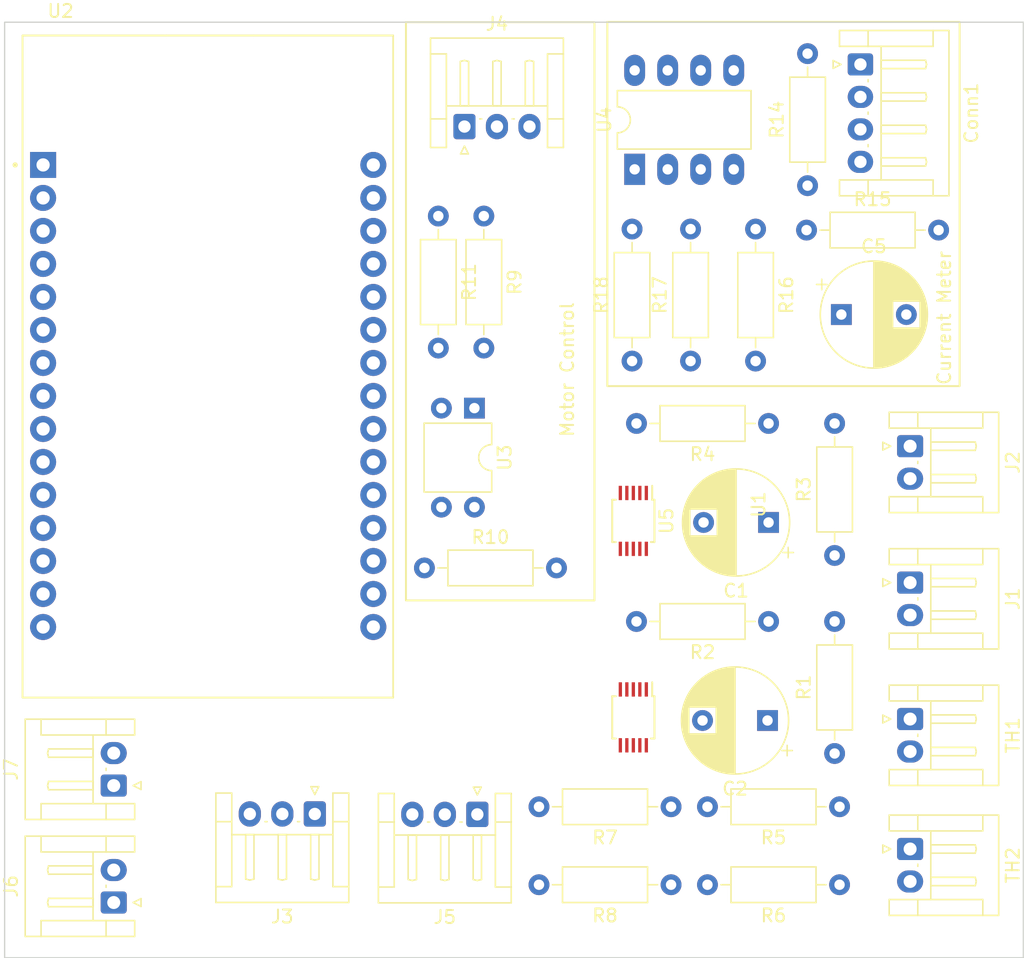
<source format=kicad_pcb>
(kicad_pcb (version 20221018) (generator pcbnew)
  (layers (0 "F.Cu" signal) (31 "B.Cu" signal) (34 "B.Paste" user) (35 "F.Paste" user) (36 "B.SilkS" user "B.Silkscreen") (37 "F.SilkS" user "F.Silkscreen") (38 "B.Mask" user) (39 "F.Mask" user) (44 "Edge.Cuts" user))
  (net 0 "")
  (net 1 "Reduced Bat1V")
  (net 2 "GND")
  (net 3 "Reduced TotalV")
  (net 4 "Current")
  (net 5 "+5V")
  (net 6 "Net-(Conn1-Pin_2)")
  (net 7 "Net-(Conn1-Pin_3)")
  (net 8 "Battery1 (12V)")
  (net 9 "Battery1+2 (24V)")
  (net 10 "3.3V")
  (net 11 "Net-(R5-Pad2)")
  (net 12 "Net-(R6-Pad2)")
  (net 13 "Motor Temp")
  (net 14 "Motor Controller Temp")
  (net 15 "D (5V)")
  (net 16 "B (GND)")
  (net 17 "GPIO 27 - PWM")
  (net 18 "Net-(R10-Pad2)")
  (net 19 "C (Data)")
  (net 20 "Net-(U4A-+)")
  (net 21 "Net-(U4A--)")
  (net 22 "Net-(R17-Pad1)")
  (net 24 "Vin (9V)")
  (net 55 "Throttle Pot {slash} Hall effect")
  (net 58 "RPM Sens")
  (net 59 "TX")
  (net 60 "RX")
  (footprint "Resistor_THT:R_Axial_DIN0207_L6.3mm_D2.5mm_P10.16mm_Horizontal" (layer "F.Cu") (at 85.93 71)
    (fp_text reference "R10" (at 5.08 -2.37) (layer "F.SilkS"))
    (fp_text value "~0.4K")
    (pad "1" thru_hole circle (at 0 0) (size 1.6 1.6) (drill 0.8) (layers "*.Cu" "*.Mask") (net 17 "GPIO 27 - PWM"))
    (pad "2" thru_hole oval (at 10.16 0) (size 1.6 1.6) (drill 0.8) (layers "*.Cu" "*.Mask") (net 18 "Net-(R10-Pad2)"))
  )
  (footprint "Resistor_THT:R_Axial_DIN0207_L6.3mm_D2.5mm_P10.16mm_Horizontal" (layer "F.Cu") (at 111.4027 44.92 -90)
    (fp_text reference "R16" (at 5.08 -2.37 90) (layer "F.SilkS"))
    (fp_text value "10k")
    (pad "1" thru_hole circle (at 0 0 270) (size 1.6 1.6) (drill 0.8) (layers "*.Cu" "*.Mask") (net 21 "Net-(U4A--)"))
    (pad "2" thru_hole oval (at 10.16 0 270) (size 1.6 1.6) (drill 0.8) (layers "*.Cu" "*.Mask") (net 2 "GND"))
  )
  (footprint "Resistor_THT:R_Axial_DIN0207_L6.3mm_D2.5mm_P10.16mm_Horizontal" (layer "F.Cu") (at 117.8627 95.38 180)
    (fp_text reference "R6" (at 5.08 -2.37) (layer "F.SilkS"))
    (fp_text value "R")
    (pad "1" thru_hole circle (at 0 0 180) (size 1.6 1.6) (drill 0.8) (layers "*.Cu" "*.Mask") (net 10 "3.3V"))
    (pad "2" thru_hole oval (at 10.16 0 180) (size 1.6 1.6) (drill 0.8) (layers "*.Cu" "*.Mask") (net 12 "Net-(R6-Pad2)"))
  )
  (footprint "Resistor_THT:R_Axial_DIN0207_L6.3mm_D2.5mm_P10.16mm_Horizontal" (layer "F.Cu") (at 90.5 43.92 -90)
    (fp_text reference "R9" (at 5.08 -2.37 90) (layer "F.SilkS"))
    (fp_text value "10K")
    (pad "1" thru_hole circle (at 0 0 270) (size 1.6 1.6) (drill 0.8) (layers "*.Cu" "*.Mask") (net 15 "D (5V)"))
    (pad "2" thru_hole oval (at 10.16 0 270) (size 1.6 1.6) (drill 0.8) (layers "*.Cu" "*.Mask") (net 16 "B (GND)"))
  )
  (footprint "Package_DIP:DIP-4_W7.62mm" (layer "F.Cu") (at 89.775 58.7 -90)
    (fp_text reference "U3" (at 3.81 -2.33 90) (layer "F.SilkS"))
    (fp_text value "PC817")
    (pad "1" thru_hole rect (at 0 0 270) (size 1.6 1.6) (drill 0.8) (layers "*.Cu" "*.Mask") (net 18 "Net-(R10-Pad2)"))
    (pad "2" thru_hole oval (at 0 2.54 270) (size 1.6 1.6) (drill 0.8) (layers "*.Cu" "*.Mask") (net 2 "GND"))
    (pad "3" thru_hole oval (at 7.62 2.54 270) (size 1.6 1.6) (drill 0.8) (layers "*.Cu" "*.Mask") (net 19 "C (Data)"))
    (pad "4" thru_hole oval (at 7.62 0 270) (size 1.6 1.6) (drill 0.8) (layers "*.Cu" "*.Mask") (net 15 "D (5V)"))
  )
  (footprint "Resistor_THT:R_Axial_DIN0207_L6.3mm_D2.5mm_P10.16mm_Horizontal" (layer "F.Cu") (at 106.4027 55.08 90)
    (fp_text reference "R17" (at 5.08 -2.37 90) (layer "F.SilkS"))
    (fp_text value "10k")
    (pad "1" thru_hole circle (at 0 0 90) (size 1.6 1.6) (drill 0.8) (layers "*.Cu" "*.Mask") (net 22 "Net-(R17-Pad1)"))
    (pad "2" thru_hole oval (at 10.16 0 90) (size 1.6 1.6) (drill 0.8) (layers "*.Cu" "*.Mask") (net 20 "Net-(U4A-+)"))
  )
  (footprint "Connector_JST:JST_EH_S2B-EH_1x02_P2.50mm_Horizontal" (layer "F.Cu") (at 123.2902 61.63 -90)
    (fp_text reference "J2" (at 1.25 -7.9 90) (layer "F.SilkS"))
    (fp_text value "Battery 1+2 (24V)")
    (pad "1" thru_hole roundrect (at 0 0 270) (size 1.7 2) (drill 1) (layers "*.Cu" "*.Mask") (roundrect_rratio 0.147059) (net 9 "Battery1+2 (24V)"))
    (pad "2" thru_hole oval (at 2.5 0 270) (size 1.7 2) (drill 1) (layers "*.Cu" "*.Mask") (net 2 "GND"))
  )
  (footprint "Connector_JST:JST_EH_S2B-EH_1x02_P2.50mm_Horizontal" (layer "F.Cu") (at 123.2902 82.63 -90)
    (fp_text reference "TH1" (at 1.25 -7.9 90) (layer "F.SilkS"))
    (fp_text value "Thermistor")
    (pad "1" thru_hole roundrect (at 0 0 270) (size 1.7 2) (drill 1) (layers "*.Cu" "*.Mask") (roundrect_rratio 0.147059) (net 11 "Net-(R5-Pad2)"))
    (pad "2" thru_hole oval (at 2.5 0 270) (size 1.7 2) (drill 1) (layers "*.Cu" "*.Mask") (net 2 "GND"))
  )
  (footprint "Resistor_THT:R_Axial_DIN0207_L6.3mm_D2.5mm_P10.16mm_Horizontal" (layer "F.Cu") (at 104.9027 95.38 180)
    (fp_text reference "R8" (at 5.08 -2.37) (layer "F.SilkS"))
    (fp_text value "R")
    (pad "1" thru_hole circle (at 0 0 180) (size 1.6 1.6) (drill 0.8) (layers "*.Cu" "*.Mask") (net 12 "Net-(R6-Pad2)"))
    (pad "2" thru_hole oval (at 10.16 0 180) (size 1.6 1.6) (drill 0.8) (layers "*.Cu" "*.Mask") (net 14 "Motor Controller Temp"))
  )
  (footprint "Connector_JST:JST_EH_S4B-EH_1x04_P2.50mm_Horizontal" (layer "F.Cu") (at 119.4675 32.25 -90)
    (fp_text reference "Conn1" (at 3.75 -8.5325 90) (layer "F.SilkS"))
    (fp_text value "Current")
    (pad "1" thru_hole roundrect (at 0 0 270) (size 1.7 1.95) (drill 0.95) (layers "*.Cu" "*.Mask") (roundrect_rratio 0.147059) (net 5 "+5V"))
    (pad "2" thru_hole oval (at 2.5 0 270) (size 1.7 1.95) (drill 0.95) (layers "*.Cu" "*.Mask") (net 6 "Net-(Conn1-Pin_2)"))
    (pad "3" thru_hole oval (at 5 0 270) (size 1.7 1.95) (drill 0.95) (layers "*.Cu" "*.Mask") (net 7 "Net-(Conn1-Pin_3)"))
    (pad "4" thru_hole oval (at 7.5 0 270) (size 1.7 1.95) (drill 0.95) (layers "*.Cu" "*.Mask") (net 2 "GND"))
  )
  (footprint "Capacitor_THT:CP_Radial_D8.0mm_P5.00mm" (layer "F.Cu") (at 112.3227 82.74 180)
    (fp_text reference "C2" (at 2.5 -5.25) (layer "F.SilkS"))
    (fp_text value "C")
    (pad "1" thru_hole rect (at 0 0 180) (size 1.6 1.6) (drill 0.8) (layers "*.Cu" "*.Mask") (net 3 "Reduced TotalV"))
    (pad "2" thru_hole circle (at 5 0 180) (size 1.6 1.6) (drill 0.8) (layers "*.Cu" "*.Mask") (net 2 "GND"))
  )
  (footprint "Resistor_THT:R_Axial_DIN0207_L6.3mm_D2.5mm_P10.16mm_Horizontal" (layer "F.Cu") (at 115.3227 45)
    (fp_text reference "R15" (at 5.08 -2.37) (layer "F.SilkS"))
    (fp_text value "4.7k")
    (pad "1" thru_hole circle (at 0 0) (size 1.6 1.6) (drill 0.8) (layers "*.Cu" "*.Mask") (net 21 "Net-(U4A--)"))
    (pad "2" thru_hole oval (at 10.16 0) (size 1.6 1.6) (drill 0.8) (layers "*.Cu" "*.Mask") (net 7 "Net-(Conn1-Pin_3)"))
  )
  (footprint "Resistor_THT:R_Axial_DIN0207_L6.3mm_D2.5mm_P10.16mm_Horizontal" (layer "F.Cu") (at 112.4027 59.88 180)
    (fp_text reference "R4" (at 5.08 -2.37) (layer "F.SilkS"))
    (fp_text value "R")
    (pad "1" thru_hole circle (at 0 0 180) (size 1.6 1.6) (drill 0.8) (layers "*.Cu" "*.Mask") (net 3 "Reduced TotalV"))
    (pad "2" thru_hole oval (at 10.16 0 180) (size 1.6 1.6) (drill 0.8) (layers "*.Cu" "*.Mask") (net 2 "GND"))
  )
  (footprint "Resistor_THT:R_Axial_DIN0207_L6.3mm_D2.5mm_P10.16mm_Horizontal" (layer "F.Cu") (at 117.8627 89.38 180)
    (fp_text reference "R5" (at 5.08 -2.37) (layer "F.SilkS"))
    (fp_text value "R")
    (pad "1" thru_hole circle (at 0 0 180) (size 1.6 1.6) (drill 0.8) (layers "*.Cu" "*.Mask") (net 10 "3.3V"))
    (pad "2" thru_hole oval (at 10.16 0 180) (size 1.6 1.6) (drill 0.8) (layers "*.Cu" "*.Mask") (net 11 "Net-(R5-Pad2)"))
  )
  (footprint "Package_SO:TSSOP-10_3x3mm_P0.5mm" (layer "F.Cu") (at 102 82.5 -90)
    (fp_text reference "U1" (at -16.38 -9.63 90) (layer "F.SilkS"))
    (fp_text value "ADS1115IDGS")
    (pad "1" smd rect (at -2.15 -1 270) (size 1.1 0.25) (layers "F.Cu" "F.Paste" "F.Mask") (net 2 "GND"))
    (pad "2" smd rect (at -2.15 -0.5 270) (size 1.1 0.25) (layers "F.Cu" "F.Paste" "F.Mask"))
    (pad "3" smd rect (at -2.15 0 270) (size 1.1 0.25) (layers "F.Cu" "F.Paste" "F.Mask") (net 2 "GND"))
    (pad "4" smd rect (at -2.15 0.5 270) (size 1.1 0.25) (layers "F.Cu" "F.Paste" "F.Mask") (net 3 "Reduced TotalV"))
    (pad "5" smd rect (at -2.15 1 270) (size 1.1 0.25) (layers "F.Cu" "F.Paste" "F.Mask") (net 1 "Reduced Bat1V"))
    (pad "6" smd rect (at 2.15 1 270) (size 1.1 0.25) (layers "F.Cu" "F.Paste" "F.Mask") (net 13 "Motor Temp"))
    (pad "7" smd rect (at 2.15 0.5 270) (size 1.1 0.25) (layers "F.Cu" "F.Paste" "F.Mask") (net 14 "Motor Controller Temp"))
    (pad "8" smd rect (at 2.15 0 270) (size 1.1 0.25) (layers "F.Cu" "F.Paste" "F.Mask") (net 24 "Vin (9V)"))
    (pad "9" smd rect (at 2.15 -0.5 270) (size 1.1 0.25) (layers "F.Cu" "F.Paste" "F.Mask"))
    (pad "10" smd rect (at 2.15 -1 270) (size 1.1 0.25) (layers "F.Cu" "F.Paste" "F.Mask"))
  )
  (footprint "Connector_JST:JST_EH_S3B-EH_1x03_P2.50mm_Horizontal" (layer "F.Cu") (at 90 89.9675 180)
    (fp_text reference "J5" (at 2.5 -7.9) (layer "F.SilkS"))
    (fp_text value "Throttle Trigger")
    (pad "1" thru_hole roundrect (at 0 0 180) (size 1.7 1.95) (drill 0.95) (layers "*.Cu" "*.Mask") (roundrect_rratio 0.147059) (net 10 "3.3V"))
    (pad "2" thru_hole oval (at 2.5 0 180) (size 1.7 1.95) (drill 0.95) (layers "*.Cu" "*.Mask") (net 55 "Throttle Pot {slash} Hall effect"))
    (pad "3" thru_hole oval (at 5 0 180) (size 1.7 1.95) (drill 0.95) (layers "*.Cu" "*.Mask") (net 2 "GND"))
  )
  (footprint "Resistor_THT:R_Axial_DIN0207_L6.3mm_D2.5mm_P10.16mm_Horizontal" (layer "F.Cu") (at 117.4827 85.28 90)
    (fp_text reference "R1" (at 5.08 -2.37 90) (layer "F.SilkS"))
    (fp_text value "R")
    (pad "1" thru_hole circle (at 0 0 90) (size 1.6 1.6) (drill 0.8) (layers "*.Cu" "*.Mask") (net 8 "Battery1 (12V)"))
    (pad "2" thru_hole oval (at 10.16 0 90) (size 1.6 1.6) (drill 0.8) (layers "*.Cu" "*.Mask") (net 1 "Reduced Bat1V"))
  )
  (footprint "Connector_JST:JST_EH_S2B-EH_1x02_P2.50mm_Horizontal" (layer "F.Cu") (at 123.2902 72.13 -90)
    (fp_text reference "J1" (at 1.25 -7.9 90) (layer "F.SilkS"))
    (fp_text value "Battery 1 (12V)")
    (pad "1" thru_hole roundrect (at 0 0 270) (size 1.7 2) (drill 1) (layers "*.Cu" "*.Mask") (roundrect_rratio 0.147059) (net 8 "Battery1 (12V)"))
    (pad "2" thru_hole oval (at 2.5 0 270) (size 1.7 2) (drill 1) (layers "*.Cu" "*.Mask") (net 2 "GND"))
  )
  (footprint "ESP32-DEVKIT-V1:MODULE_ESP32_DEVKIT_V1" (layer "F.Cu") (at 69.3 55.5)
    (fp_text reference "U2" (at -11.355 -27.36) (layer "F.SilkS"))
    (fp_text value "ESP32-DEVKIT-V1")
    (pad "" np_thru_hole circle (at -12.28 -23.475) (size 3 3) (drill 3) (layers "*.Cu" "*.Mask"))
    (pad "" np_thru_hole circle (at -12.28 23.475) (size 3 3) (drill 3) (layers "*.Cu" "*.Mask"))
    (pad "" np_thru_hole circle (at 12.23 -23.475) (size 3 3) (drill 3) (layers "*.Cu" "*.Mask"))
    (pad "" np_thru_hole circle (at 12.23 23.475) (size 3 3) (drill 3) (layers "*.Cu" "*.Mask"))
    (pad "1" thru_hole rect (at -12.7 -15.515) (size 2 2) (drill 1.02) (layers "*.Cu" "*.Mask") (net 10 "3.3V"))
    (pad "2" thru_hole circle (at -12.7 -12.975) (size 2 2) (drill 1.02) (layers "*.Cu" "*.Mask") (net 2 "GND"))
    (pad "3" thru_hole circle (at -12.7 -10.435) (size 2 2) (drill 1.02) (layers "*.Cu" "*.Mask"))
    (pad "4" thru_hole circle (at -12.7 -7.895) (size 2 2) (drill 1.02) (layers "*.Cu" "*.Mask"))
    (pad "5" thru_hole circle (at -12.7 -5.355) (size 2 2) (drill 1.02) (layers "*.Cu" "*.Mask"))
    (pad "6" thru_hole circle (at -12.7 -2.815) (size 2 2) (drill 1.02) (layers "*.Cu" "*.Mask"))
    (pad "7" thru_hole circle (at -12.7 -0.275) (size 2 2) (drill 1.02) (layers "*.Cu" "*.Mask"))
    (pad "8" thru_hole circle (at -12.7 2.265) (size 2 2) (drill 1.02) (layers "*.Cu" "*.Mask"))
    (pad "9" thru_hole circle (at -12.7 4.805) (size 2 2) (drill 1.02) (layers "*.Cu" "*.Mask"))
    (pad "10" thru_hole circle (at -12.7 7.345) (size 2 2) (drill 1.02) (layers "*.Cu" "*.Mask"))
    (pad "11" thru_hole circle (at -12.7 9.885) (size 2 2) (drill 1.02) (layers "*.Cu" "*.Mask"))
    (pad "12" thru_hole circle (at -12.7 12.425) (size 2 2) (drill 1.02) (layers "*.Cu" "*.Mask"))
    (pad "13" thru_hole circle (at -12.7 14.965) (size 2 2) (drill 1.02) (layers "*.Cu" "*.Mask"))
    (pad "14" thru_hole circle (at -12.7 17.505) (size 2 2) (drill 1.02) (layers "*.Cu" "*.Mask"))
    (pad "15" thru_hole circle (at -12.7 20.045) (size 2 2) (drill 1.02) (layers "*.Cu" "*.Mask"))
    (pad "16" thru_hole circle (at 12.7 20.045) (size 2 2) (drill 1.02) (layers "*.Cu" "*.Mask"))
    (pad "17" thru_hole circle (at 12.7 17.505) (size 2 2) (drill 1.02) (layers "*.Cu" "*.Mask"))
    (pad "18" thru_hole circle (at 12.7 14.965) (size 2 2) (drill 1.02) (layers "*.Cu" "*.Mask"))
    (pad "19" thru_hole circle (at 12.7 12.425) (size 2 2) (drill 1.02) (layers "*.Cu" "*.Mask"))
    (pad "20" thru_hole circle (at 12.7 9.885) (size 2 2) (drill 1.02) (layers "*.Cu" "*.Mask"))
    (pad "21" thru_hole circle (at 12.7 7.345) (size 2 2) (drill 1.02) (layers "*.Cu" "*.Mask"))
    (pad "22" thru_hole circle (at 12.7 4.805) (size 2 2) (drill 1.02) (layers "*.Cu" "*.Mask"))
    (pad "23" thru_hole circle (at 12.7 2.265) (size 2 2) (drill 1.02) (layers "*.Cu" "*.Mask"))
    (pad "24" thru_hole circle (at 12.7 -0.275) (size 2 2) (drill 1.02) (layers "*.Cu" "*.Mask"))
    (pad "25" thru_hole circle (at 12.7 -2.815) (size 2 2) (drill 1.02) (layers "*.Cu" "*.Mask") (net 17 "GPIO 27 - PWM"))
    (pad "26" thru_hole circle (at 12.7 -5.355) (size 2 2) (drill 1.02) (layers "*.Cu" "*.Mask"))
    (pad "27" thru_hole circle (at 12.7 -7.895) (size 2 2) (drill 1.02) (layers "*.Cu" "*.Mask"))
    (pad "28" thru_hole circle (at 12.7 -10.435) (size 2 2) (drill 1.02) (layers "*.Cu" "*.Mask"))
    (pad "29" thru_hole circle (at 12.7 -12.975) (size 2 2) (drill 1.02) (layers "*.Cu" "*.Mask") (net 2 "GND"))
    (pad "30" thru_hole circle (at 12.7 -15.515) (size 2 2) (drill 1.02) (layers "*.Cu" "*.Mask") (net 24 "Vin (9V)"))
  )
  (footprint "Connector_JST:JST_EH_S2B-EH_1x02_P2.50mm_Horizontal" (layer "F.Cu") (at 62.0325 87.75 90)
    (fp_text reference "J7" (at 1.25 -7.9 90) (layer "F.SilkS"))
    (fp_text value "POWER")
    (pad "1" thru_hole roundrect (at 0 0 90) (size 1.7 2) (drill 1) (layers "*.Cu" "*.Mask") (roundrect_rratio 0.147059) (net 24 "Vin (9V)"))
    (pad "2" thru_hole oval (at 2.5 0 90) (size 1.7 2) (drill 1) (layers "*.Cu" "*.Mask") (net 2 "GND"))
  )
  (footprint "Resistor_THT:R_Axial_DIN0207_L6.3mm_D2.5mm_P10.16mm_Horizontal" (layer "F.Cu") (at 115.4027 41.58 90)
    (fp_text reference "R14" (at 5.08 -2.37 90) (layer "F.SilkS"))
    (fp_text value "4.7k")
    (pad "1" thru_hole circle (at 0 0 90) (size 1.6 1.6) (drill 0.8) (layers "*.Cu" "*.Mask") (net 20 "Net-(U4A-+)"))
    (pad "2" thru_hole oval (at 10.16 0 90) (size 1.6 1.6) (drill 0.8) (layers "*.Cu" "*.Mask") (net 6 "Net-(Conn1-Pin_2)"))
  )
  (footprint "Resistor_THT:R_Axial_DIN0207_L6.3mm_D2.5mm_P10.16mm_Horizontal" (layer "F.Cu") (at 104.9027 89.38 180)
    (fp_text reference "R7" (at 5.08 -2.37) (layer "F.SilkS"))
    (fp_text value "R")
    (pad "1" thru_hole circle (at 0 0 180) (size 1.6 1.6) (drill 0.8) (layers "*.Cu" "*.Mask") (net 11 "Net-(R5-Pad2)"))
    (pad "2" thru_hole oval (at 10.16 0 180) (size 1.6 1.6) (drill 0.8) (layers "*.Cu" "*.Mask") (net 13 "Motor Temp"))
  )
  (footprint "Connector_JST:JST_EH_S3B-EH_1x03_P2.50mm_Horizontal" (layer "F.Cu") (at 89.01 37.0325)
    (fp_text reference "J4" (at 2.5 -7.9) (layer "F.SilkS"))
    (fp_text value "Motor PINS")
    (pad "1" thru_hole roundrect (at 0 0) (size 1.7 1.95) (drill 0.95) (layers "*.Cu" "*.Mask") (roundrect_rratio 0.147059) (net 15 "D (5V)"))
    (pad "2" thru_hole oval (at 2.5 0) (size 1.7 1.95) (drill 0.95) (layers "*.Cu" "*.Mask") (net 19 "C (Data)"))
    (pad "3" thru_hole oval (at 5 0) (size 1.7 1.95) (drill 0.95) (layers "*.Cu" "*.Mask") (net 16 "B (GND)"))
  )
  (footprint "Capacitor_THT:CP_Radial_D8.0mm_P5.00mm" (layer "F.Cu") (at 112.4027 67.5 180)
    (fp_text reference "C1" (at 2.5 -5.25) (layer "F.SilkS"))
    (fp_text value "C")
    (pad "1" thru_hole rect (at 0 0 180) (size 1.6 1.6) (drill 0.8) (layers "*.Cu" "*.Mask") (net 1 "Reduced Bat1V"))
    (pad "2" thru_hole circle (at 5 0 180) (size 1.6 1.6) (drill 0.8) (layers "*.Cu" "*.Mask") (net 2 "GND"))
  )
  (footprint "Package_DIP:DIP-8_W7.62mm_LongPads" (layer "F.Cu") (at 102.1027 40.325 90)
    (fp_text reference "U4" (at 3.81 -2.33 90) (layer "F.SilkS"))
    (fp_text value "MCP6002-xP")
    (pad "1" thru_hole rect (at 0 0 90) (size 2.4 1.6) (drill 0.8) (layers "*.Cu" "*.Mask") (net 22 "Net-(R17-Pad1)"))
    (pad "2" thru_hole oval (at 0 2.54 90) (size 2.4 1.6) (drill 0.8) (layers "*.Cu" "*.Mask") (net 21 "Net-(U4A--)"))
    (pad "3" thru_hole oval (at 0 5.08 90) (size 2.4 1.6) (drill 0.8) (layers "*.Cu" "*.Mask") (net 20 "Net-(U4A-+)"))
    (pad "4" thru_hole oval (at 0 7.62 90) (size 2.4 1.6) (drill 0.8) (layers "*.Cu" "*.Mask") (net 2 "GND"))
    (pad "5" thru_hole oval (at 7.62 7.62 90) (size 2.4 1.6) (drill 0.8) (layers "*.Cu" "*.Mask"))
    (pad "6" thru_hole oval (at 7.62 5.08 90) (size 2.4 1.6) (drill 0.8) (layers "*.Cu" "*.Mask"))
    (pad "7" thru_hole oval (at 7.62 2.54 90) (size 2.4 1.6) (drill 0.8) (layers "*.Cu" "*.Mask"))
    (pad "8" thru_hole oval (at 7.62 0 90) (size 2.4 1.6) (drill 0.8) (layers "*.Cu" "*.Mask") (net 5 "+5V"))
  )
  (footprint "Resistor_THT:R_Axial_DIN0207_L6.3mm_D2.5mm_P10.16mm_Horizontal" (layer "F.Cu") (at 112.4027 75.12 180)
    (fp_text reference "R2" (at 5.08 -2.37) (layer "F.SilkS"))
    (fp_text value "R")
    (pad "1" thru_hole circle (at 0 0 180) (size 1.6 1.6) (drill 0.8) (layers "*.Cu" "*.Mask") (net 1 "Reduced Bat1V"))
    (pad "2" thru_hole oval (at 10.16 0 180) (size 1.6 1.6) (drill 0.8) (layers "*.Cu" "*.Mask") (net 2 "GND"))
  )
  (footprint "Resistor_THT:R_Axial_DIN0207_L6.3mm_D2.5mm_P10.16mm_Horizontal" (layer "F.Cu") (at 117.4827 70.04 90)
    (fp_text reference "R3" (at 5.08 -2.37 90) (layer "F.SilkS"))
    (fp_text value "R")
    (pad "1" thru_hole circle (at 0 0 90) (size 1.6 1.6) (drill 0.8) (layers "*.Cu" "*.Mask") (net 9 "Battery1+2 (24V)"))
    (pad "2" thru_hole oval (at 10.16 0 90) (size 1.6 1.6) (drill 0.8) (layers "*.Cu" "*.Mask") (net 3 "Reduced TotalV"))
  )
  (footprint "Capacitor_THT:CP_Radial_D8.0mm_P5.00mm" (layer "F.Cu") (at 118 51.5)
    (fp_text reference "C5" (at 2.5 -5.25) (layer "F.SilkS"))
    (fp_text value "1u")
    (pad "1" thru_hole rect (at 0 0) (size 1.6 1.6) (drill 0.8) (layers "*.Cu" "*.Mask") (net 4 "Current"))
    (pad "2" thru_hole circle (at 5 0) (size 1.6 1.6) (drill 0.8) (layers "*.Cu" "*.Mask") (net 2 "GND"))
  )
  (footprint "Package_SO:TSSOP-10_3x3mm_P0.5mm" (layer "F.Cu") (at 102 67.38 -90)
    (fp_text reference "U5" (at 0 -2.55 90) (layer "F.SilkS"))
    (fp_text value "ADS1115IDGS")
    (pad "1" smd rect (at -2.15 -1 270) (size 1.1 0.25) (layers "F.Cu" "F.Paste" "F.Mask") (net 24 "Vin (9V)"))
    (pad "2" smd rect (at -2.15 -0.5 270) (size 1.1 0.25) (layers "F.Cu" "F.Paste" "F.Mask"))
    (pad "3" smd rect (at -2.15 0 270) (size 1.1 0.25) (layers "F.Cu" "F.Paste" "F.Mask") (net 2 "GND"))
    (pad "4" smd rect (at -2.15 0.5 270) (size 1.1 0.25) (layers "F.Cu" "F.Paste" "F.Mask") (net 4 "Current"))
    (pad "5" smd rect (at -2.15 1 270) (size 1.1 0.25) (layers "F.Cu" "F.Paste" "F.Mask"))
    (pad "6" smd rect (at 2.15 1 270) (size 1.1 0.25) (layers "F.Cu" "F.Paste" "F.Mask"))
    (pad "7" smd rect (at 2.15 0.5 270) (size 1.1 0.25) (layers "F.Cu" "F.Paste" "F.Mask") (net 55 "Throttle Pot {slash} Hall effect"))
    (pad "8" smd rect (at 2.15 0 270) (size 1.1 0.25) (layers "F.Cu" "F.Paste" "F.Mask") (net 24 "Vin (9V)"))
    (pad "9" smd rect (at 2.15 -0.5 270) (size 1.1 0.25) (layers "F.Cu" "F.Paste" "F.Mask"))
    (pad "10" smd rect (at 2.15 -1 270) (size 1.1 0.25) (layers "F.Cu" "F.Paste" "F.Mask"))
  )
  (footprint "Connector_JST:JST_EH_S3B-EH_1x03_P2.50mm_Horizontal" (layer "F.Cu") (at 77.5 89.935 180)
    (fp_text reference "J3" (at 2.5 -7.9) (layer "F.SilkS"))
    (fp_text value "RPM Connector")
    (pad "1" thru_hole roundrect (at 0 0 180) (size 1.7 1.95) (drill 0.95) (layers "*.Cu" "*.Mask") (roundrect_rratio 0.147059) (net 10 "3.3V"))
    (pad "2" thru_hole oval (at 2.5 0 180) (size 1.7 1.95) (drill 0.95) (layers "*.Cu" "*.Mask") (net 2 "GND"))
    (pad "3" thru_hole oval (at 5 0 180) (size 1.7 1.95) (drill 0.95) (layers "*.Cu" "*.Mask") (net 58 "RPM Sens"))
  )
  (footprint "Connector_JST:JST_EH_S2B-EH_1x02_P2.50mm_Horizontal" (layer "F.Cu") (at 62.0325 96.75 90)
    (fp_text reference "J6" (at 1.25 -7.9 90) (layer "F.SilkS"))
    (fp_text value "DATA")
    (pad "1" thru_hole roundrect (at 0 0 90) (size 1.7 2) (drill 1) (layers "*.Cu" "*.Mask") (roundrect_rratio 0.147059) (net 59 "TX"))
    (pad "2" thru_hole oval (at 2.5 0 90) (size 1.7 2) (drill 1) (layers "*.Cu" "*.Mask") (net 60 "RX"))
  )
  (footprint "Connector_JST:JST_EH_S2B-EH_1x02_P2.50mm_Horizontal" (layer "F.Cu") (at 123.2902 92.63 -90)
    (fp_text reference "TH2" (at 1.25 -7.9 90) (layer "F.SilkS"))
    (fp_text value "Thermistor")
    (pad "1" thru_hole roundrect (at 0 0 270) (size 1.7 2) (drill 1) (layers "*.Cu" "*.Mask") (roundrect_rratio 0.147059) (net 12 "Net-(R6-Pad2)"))
    (pad "2" thru_hole oval (at 2.5 0 270) (size 1.7 2) (drill 1) (layers "*.Cu" "*.Mask") (net 2 "GND"))
  )
  (footprint "Resistor_THT:R_Axial_DIN0207_L6.3mm_D2.5mm_P10.16mm_Horizontal" (layer "F.Cu") (at 87 43.92 -90)
    (fp_text reference "R11" (at 5.08 -2.37 90) (layer "F.SilkS"))
    (fp_text value "~10K")
    (pad "1" thru_hole circle (at 0 0 270) (size 1.6 1.6) (drill 0.8) (layers "*.Cu" "*.Mask") (net 19 "C (Data)"))
    (pad "2" thru_hole oval (at 10.16 0 270) (size 1.6 1.6) (drill 0.8) (layers "*.Cu" "*.Mask") (net 16 "B (GND)"))
  )
  (footprint "Resistor_THT:R_Axial_DIN0207_L6.3mm_D2.5mm_P10.16mm_Horizontal" (layer "F.Cu") (at 101.9027 55.08 90)
    (fp_text reference "R18" (at 5.08 -2.37 90) (layer "F.SilkS"))
    (fp_text value "47k")
    (pad "1" thru_hole circle (at 0 0 90) (size 1.6 1.6) (drill 0.8) (layers "*.Cu" "*.Mask") (net 4 "Current"))
    (pad "2" thru_hole oval (at 10.16 0 90) (size 1.6 1.6) (drill 0.8) (layers "*.Cu" "*.Mask") (net 22 "Net-(R17-Pad1)"))
  )
  (gr_rect (start 100 28.98) (end 127.1 57.0054) (stroke (width 0.15)) (fill none) (layer "F.SilkS"))
  (gr_rect (start 84.51 29) (end 99.01 73.5) (stroke (width 0.15)) (fill none) (layer "F.SilkS"))
  (gr_rect (start 53.64 29) (end 132 101) (stroke (width 0.1)) (fill none) (layer "Edge.Cuts"))
  (gr_text "Motor Control" (at 97.5 61 90) (layer "F.SilkS") (effects (font (size 1 1)) (justify left bottom)))
  (gr_text "Current Meter\n" (at 126.5 57 90) (layer "F.SilkS") (effects (font (size 1 1)) (justify left bottom)))
)
</source>
